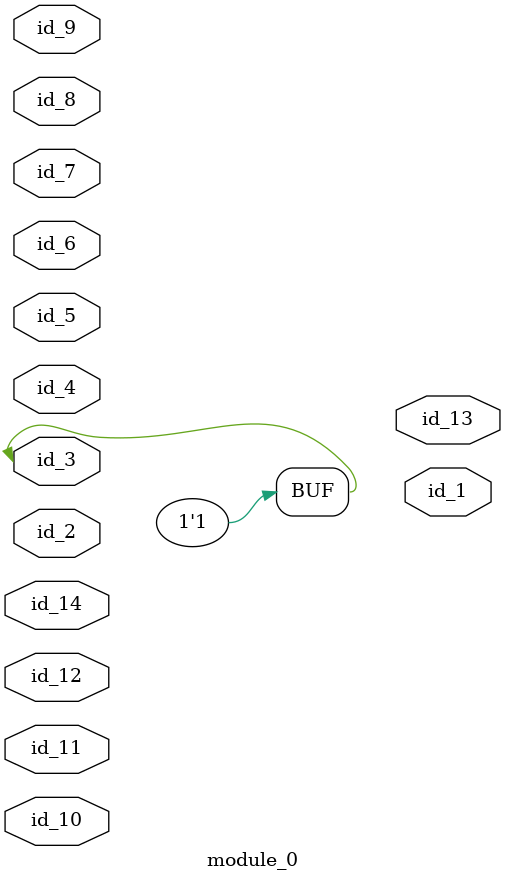
<source format=v>
module module_0 (
    id_1,
    id_2,
    id_3,
    id_4,
    id_5,
    id_6,
    id_7,
    id_8,
    id_9,
    id_10,
    id_11,
    id_12,
    id_13,
    id_14
);
  input id_14;
  output id_13;
  input id_12;
  inout id_11;
  input id_10;
  input id_9;
  input id_8;
  inout id_7;
  inout id_6;
  inout id_5;
  inout id_4;
  inout id_3;
  inout id_2;
  output id_1;
  assign id_3 = 1;
endmodule

</source>
